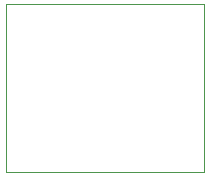
<source format=gbr>
%TF.GenerationSoftware,KiCad,Pcbnew,(6.0.7)*%
%TF.CreationDate,2023-02-25T22:11:09-06:00*%
%TF.ProjectId,4PinJstShBreakout,3450696e-4a73-4745-9368-427265616b6f,rev?*%
%TF.SameCoordinates,Original*%
%TF.FileFunction,Profile,NP*%
%FSLAX46Y46*%
G04 Gerber Fmt 4.6, Leading zero omitted, Abs format (unit mm)*
G04 Created by KiCad (PCBNEW (6.0.7)) date 2023-02-25 22:11:09*
%MOMM*%
%LPD*%
G01*
G04 APERTURE LIST*
%TA.AperFunction,Profile*%
%ADD10C,0.100000*%
%TD*%
G04 APERTURE END LIST*
D10*
X159512000Y-99822000D02*
X142748000Y-99822000D01*
X142748000Y-99822000D02*
X142748000Y-85598000D01*
X159512000Y-85598000D02*
X159512000Y-99822000D01*
X142748000Y-85598000D02*
X159512000Y-85598000D01*
M02*

</source>
